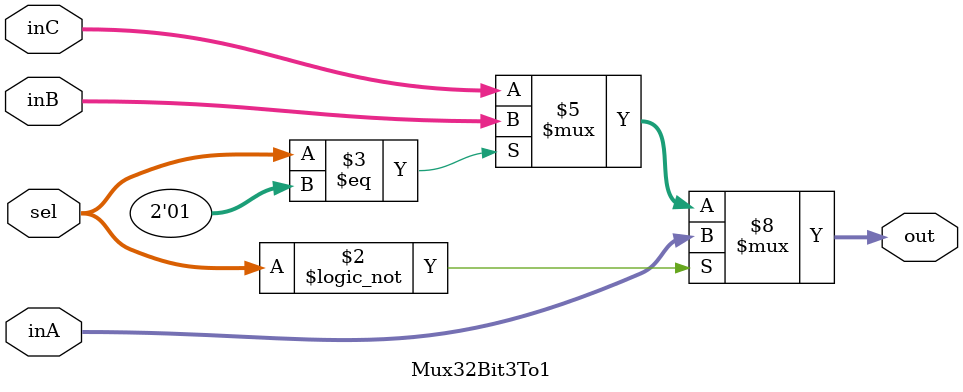
<source format=v>
`timescale 1ns / 1ps


module Mux32Bit3To1(out, inA, inB, inC, sel);

    output reg [31:0] out;
    
    input [31:0] inA;
    input [31:0] inB;
    input [31:0] inC;
    input [1:0] sel;
    
    always @*
    begin

    if (sel == 0) begin
    out <= inA;
    end
    
   else  if (sel == 1) begin
    out <= inB;
    end
    
    else begin
    out <= inC;
    end
    

    end
endmodule

</source>
